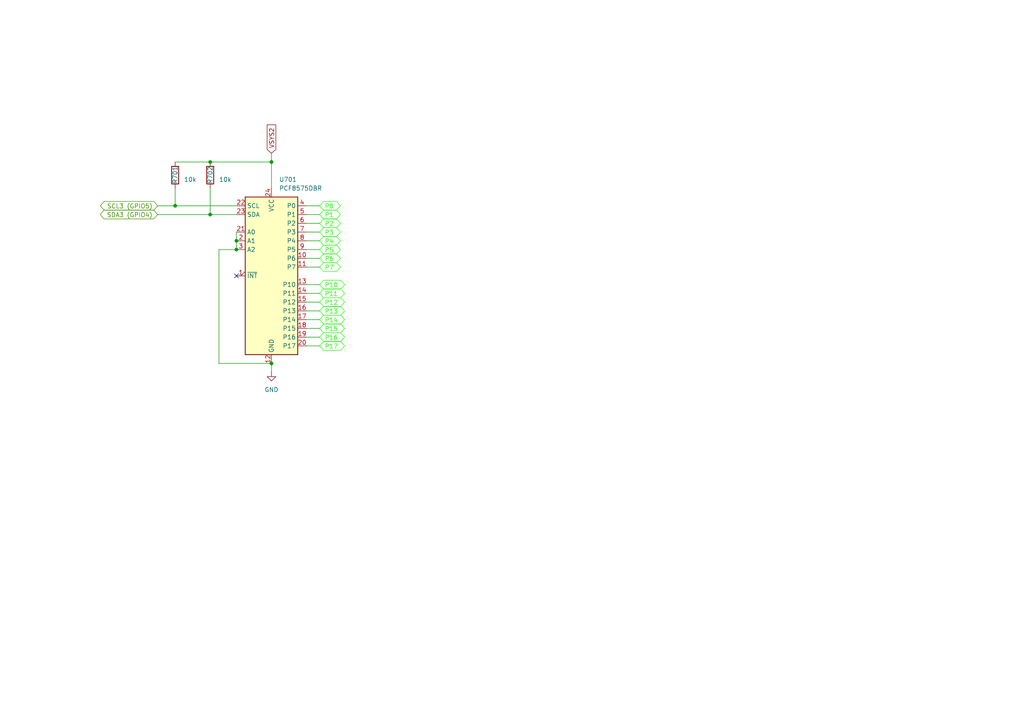
<source format=kicad_sch>
(kicad_sch (version 20231120) (generator "eeschema") (generator_version "8.0")
  (paper "A4")
  (lib_symbols
    (symbol "Device:R" (pin_numbers hide) (pin_names (offset 0))
      (property "Reference" "R" (at 2.032 0 90))
      (property "Value" "R" (at 0 0 90))
      (symbol "R_0_1"
        (rectangle (start -1.016 -2.54) (end 1.016 2.54) (stroke (width 0.254)))
      )
      (symbol "R_1_1"
        (pin passive line (at 0 3.81 270) (length 1.27) (name "~") (number "1"))
        (pin passive line (at 0 -3.81 90) (length 1.27) (name "~") (number "2"))
      )
    )
    (symbol "Interface_Expansion:PCF8575DBR"
      (property "Reference" "U" (at -6.35 24.13 0))
      (property "Value" "PCF8575DBR" (at 7.62 -24.13 0))
      (symbol "PCF8575DBR_0_1"
        (rectangle (start -7.62 22.86) (end 7.62 -22.86) (stroke (width 0.254)) (fill (type background)))
      )
      (symbol "PCF8575DBR_1_1"
        (pin open_collector output_low (at -10.16 0 0) (length 2.54) (name "~{INT}") (number "1"))
        (pin bidirectional line (at 10.16 5.08 180) (length 2.54) (name "P6") (number "10"))
        (pin bidirectional line (at 10.16 2.54 180) (length 2.54) (name "P7") (number "11"))
        (pin power_in line (at 0 -25.4 90) (length 2.54) (name "GND") (number "12"))
        (pin bidirectional line (at 10.16 -2.54 180) (length 2.54) (name "P10") (number "13"))
        (pin bidirectional line (at 10.16 -5.08 180) (length 2.54) (name "P11") (number "14"))
        (pin bidirectional line (at 10.16 -7.62 180) (length 2.54) (name "P12") (number "15"))
        (pin bidirectional line (at 10.16 -10.16 180) (length 2.54) (name "P13") (number "16"))
        (pin bidirectional line (at 10.16 -12.7 180) (length 2.54) (name "P14") (number "17"))
        (pin bidirectional line (at 10.16 -15.24 180) (length 2.54) (name "P15") (number "18"))
        (pin bidirectional line (at 10.16 -17.78 180) (length 2.54) (name "P16") (number "19"))
        (pin input line (at -10.16 10.16 0) (length 2.54) (name "A1") (number "2"))
        (pin bidirectional line (at 10.16 -20.32 180) (length 2.54) (name "P17") (number "20"))
        (pin input line (at -10.16 12.7 0) (length 2.54) (name "A0") (number "21"))
        (pin input line (at -10.16 20.32 0) (length 2.54) (name "SCL") (number "22"))
        (pin bidirectional line (at -10.16 17.78 0) (length 2.54) (name "SDA") (number "23"))
        (pin power_in line (at 0 25.4 270) (length 2.54) (name "VCC") (number "24"))
        (pin input line (at -10.16 7.62 0) (length 2.54) (name "A2") (number "3"))
        (pin bidirectional line (at 10.16 20.32 180) (length 2.54) (name "P0") (number "4"))
        (pin bidirectional line (at 10.16 17.78 180) (length 2.54) (name "P1") (number "5"))
        (pin bidirectional line (at 10.16 15.24 180) (length 2.54) (name "P2") (number "6"))
        (pin bidirectional line (at 10.16 12.7 180) (length 2.54) (name "P3") (number "7"))
        (pin bidirectional line (at 10.16 10.16 180) (length 2.54) (name "P4") (number "8"))
        (pin bidirectional line (at 10.16 7.62 180) (length 2.54) (name "P5") (number "9"))
      )
    )
    (symbol "power:GND" (power) (pin_numbers hide) (pin_names (offset 0) hide)
      (property "Value" "GND" (at 0 -3.81 0))
      (symbol "GND_0_1"
        (polyline (pts (xy 0 0) (xy 0 -1.27) (xy 1.27 -1.27) (xy 0 -2.54) (xy -1.27 -1.27) (xy 0 -1.27)))
      )
      (symbol "GND_1_1"
        (pin power_in line (at 0 0 270) (length 0) (name "~") (number "1"))
      )
    )
  )
  (junction (at 68.58 72.39))
  (junction (at 50.8 59.69))
  (junction (at 78.74 105.41))
  (junction (at 68.58 69.85))
  (junction (at 60.96 46.99))
  (junction (at 78.74 46.99))
  (junction (at 60.96 62.23))
  (no_connect (at 68.58 80.01))
  (wire (pts (xy 78.74 105.41) (xy 78.74 107.95)))
  (wire (pts (xy 88.9 95.25) (xy 92.71 95.25)))
  (wire (pts (xy 63.5 105.41) (xy 78.74 105.41)))
  (wire (pts (xy 68.58 69.85) (xy 68.58 72.39)))
  (wire (pts (xy 60.96 54.61) (xy 60.96 62.23)))
  (wire (pts (xy 63.5 72.39) (xy 63.5 105.41)))
  (wire (pts (xy 60.96 62.23) (xy 68.58 62.23)))
  (wire (pts (xy 88.9 85.09) (xy 92.71 85.09)))
  (wire (pts (xy 88.9 69.85) (xy 92.71 69.85)))
  (wire (pts (xy 68.58 67.31) (xy 68.58 69.85)))
  (wire (pts (xy 88.9 82.55) (xy 92.71 82.55)))
  (wire (pts (xy 88.9 77.47) (xy 92.71 77.47)))
  (wire (pts (xy 88.9 97.79) (xy 92.71 97.79)))
  (wire (pts (xy 88.9 74.93) (xy 92.71 74.93)))
  (wire (pts (xy 88.9 59.69) (xy 92.71 59.69)))
  (wire (pts (xy 45.72 62.23) (xy 60.96 62.23)))
  (wire (pts (xy 88.9 67.31) (xy 92.71 67.31)))
  (wire (pts (xy 88.9 87.63) (xy 92.71 87.63)))
  (wire (pts (xy 88.9 90.17) (xy 92.71 90.17)))
  (wire (pts (xy 88.9 72.39) (xy 92.71 72.39)))
  (wire (pts (xy 50.8 59.69) (xy 68.58 59.69)))
  (wire (pts (xy 45.72 59.69) (xy 50.8 59.69)))
  (wire (pts (xy 78.74 46.99) (xy 78.74 54.61)))
  (wire (pts (xy 88.9 62.23) (xy 92.71 62.23)))
  (wire (pts (xy 78.74 44.45) (xy 78.74 46.99)))
  (wire (pts (xy 88.9 92.71) (xy 92.71 92.71)))
  (wire (pts (xy 50.8 54.61) (xy 50.8 59.69)))
  (wire (pts (xy 50.8 46.99) (xy 60.96 46.99)))
  (wire (pts (xy 88.9 100.33) (xy 92.71 100.33)))
  (wire (pts (xy 60.96 46.99) (xy 78.74 46.99)))
  (wire (pts (xy 68.58 72.39) (xy 63.5 72.39)))
  (wire (pts (xy 88.9 64.77) (xy 92.71 64.77)))
  (global_label "P5" (shape bidirectional) (at 92.71 72.39 0) (property "Intersheetrefs" "${INTERSHEET_REFS}" (effects (hide yes))))
  (global_label "P7" (shape bidirectional) (at 92.71 77.47 0) (property "Intersheetrefs" "${INTERSHEET_REFS}" (effects (hide yes))))
  (global_label "P2" (shape bidirectional) (at 92.71 64.77 0) (property "Intersheetrefs" "${INTERSHEET_REFS}" (effects (hide yes))))
  (global_label "P0" (shape bidirectional) (at 92.71 59.69 0) (property "Intersheetrefs" "${INTERSHEET_REFS}" (effects (hide yes))))
  (global_label "P14" (shape bidirectional) (at 92.71 92.71 0) (property "Intersheetrefs" "${INTERSHEET_REFS}" (effects (hide yes))))
  (global_label "P13" (shape bidirectional) (at 92.71 90.17 0) (property "Intersheetrefs" "${INTERSHEET_REFS}" (effects (hide yes))))
  (global_label "SCL3 (GPIO5)" (shape bidirectional) (at 45.72 59.69 180) (property "Intersheetrefs" "${INTERSHEET_REFS}" (effects (hide yes))))
  (global_label "P15" (shape bidirectional) (at 92.71 95.25 0) (property "Intersheetrefs" "${INTERSHEET_REFS}" (effects (hide yes))))
  (global_label "P16" (shape bidirectional) (at 92.71 97.79 0) (property "Intersheetrefs" "${INTERSHEET_REFS}" (effects (hide yes))))
  (global_label "P17" (shape bidirectional) (at 92.71 100.33 0) (property "Intersheetrefs" "${INTERSHEET_REFS}" (effects (hide yes))))
  (global_label "P4" (shape bidirectional) (at 92.71 69.85 0) (property "Intersheetrefs" "${INTERSHEET_REFS}" (effects (hide yes))))
  (global_label "P3" (shape bidirectional) (at 92.71 67.31 0) (property "Intersheetrefs" "${INTERSHEET_REFS}" (effects (hide yes))))
  (global_label "VSYS2" (shape input) (at 78.74 44.45 90) (property "Intersheetrefs" "${INTERSHEET_REFS}" (effects (hide yes))))
  (global_label "P1" (shape bidirectional) (at 92.71 62.23 0) (property "Intersheetrefs" "${INTERSHEET_REFS}" (effects (hide yes))))
  (global_label "P11" (shape bidirectional) (at 92.71 85.09 0) (property "Intersheetrefs" "${INTERSHEET_REFS}" (effects (hide yes))))
  (global_label "P12" (shape bidirectional) (at 92.71 87.63 0) (property "Intersheetrefs" "${INTERSHEET_REFS}" (effects (hide yes))))
  (global_label "P10" (shape bidirectional) (at 92.71 82.55 0) (property "Intersheetrefs" "${INTERSHEET_REFS}" (effects (hide yes))))
  (global_label "SDA3 (GPIO4)" (shape bidirectional) (at 45.72 62.23 180) (property "Intersheetrefs" "${INTERSHEET_REFS}" (effects (hide yes))))
  (global_label "P6" (shape bidirectional) (at 92.71 74.93 0) (property "Intersheetrefs" "${INTERSHEET_REFS}" (effects (hide yes))))
  (symbol (lib_id "Interface_Expansion:PCF8575DBR") (at 78.74 80.01 0) (unit 1)
    (property "Reference" "U701" (at 80.9341 52.07 0) (effects (justify left)))
    (property "Value" "PCF8575DBR" (at 80.9341 54.61 0) (effects (justify left)))
    (property "Footprint" "PFC8575CRGER:RGE24_2P1X2P1" (effects (hide yes)))
    (property "Datasheet" "https://www.ti.com/lit/ds/symlink/pcf8575.pdf" (effects (hide yes)))
    (property "Description" "16 Bits Port/Expander to I2C Bus, SSOP-24" (effects (hide yes)))
  )
  (symbol (lib_id "power:GND") (at 78.74 107.95 0) (unit 1)
    (property "Reference" "#PWR0503" (effects (hide yes)))
    (property "Value" "GND" (at 78.74 113.03 0))
    (property "Description" "Power symbol creates a global label with name \"GND\" , ground" (effects (hide yes)))
  )
  (symbol (lib_id "Device:R") (at 60.96 50.8 0) (unit 1)
    (property "Reference" "R702" (at 60.96 53.34 90) (effects (justify left)))
    (property "Value" "10k" (at 63.5 52.0699 0) (effects (justify left)))
    (property "Footprint" "Resistor_SMD:R_0402_1005Metric" (effects (hide yes)))
    (property "Description" "Resistor" (effects (hide yes)))
  )
  (symbol (lib_id "Device:R") (at 50.8 50.8 0) (unit 1)
    (property "Reference" "R701" (at 50.8 53.34 90) (effects (justify left)))
    (property "Value" "10k" (at 53.34 52.0699 0) (effects (justify left)))
    (property "Footprint" "Resistor_SMD:R_0402_1005Metric" (effects (hide yes)))
    (property "Description" "Resistor" (effects (hide yes)))
  )
)
</source>
